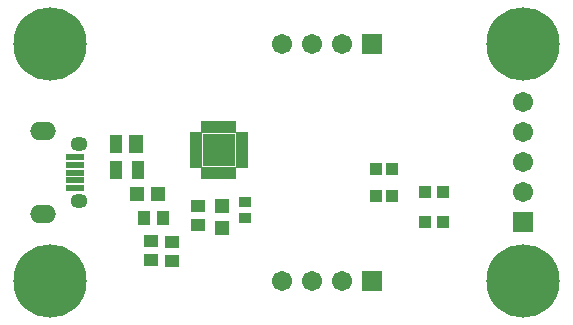
<source format=gts>
G04*
G04 #@! TF.GenerationSoftware,Altium Limited,Altium Designer,18.1.9 (240)*
G04*
G04 Layer_Color=8388736*
%FSLAX25Y25*%
%MOIN*%
G70*
G01*
G75*
%ADD29R,0.10839X0.10839*%
%ADD30R,0.04147X0.01981*%
%ADD31R,0.01981X0.04147*%
%ADD32R,0.06115X0.02375*%
%ADD33R,0.04737X0.04343*%
%ADD34R,0.05131X0.05131*%
%ADD35R,0.04343X0.03556*%
%ADD36R,0.03950X0.03950*%
%ADD37R,0.04147X0.04147*%
%ADD38R,0.05131X0.06312*%
%ADD39R,0.04343X0.06312*%
%ADD40R,0.04343X0.04737*%
%ADD41R,0.05131X0.05131*%
%ADD42O,0.08674X0.06115*%
%ADD43O,0.05721X0.04934*%
%ADD44C,0.06706*%
%ADD45R,0.06706X0.06706*%
%ADD46R,0.06706X0.06706*%
%ADD47C,0.24422*%
%ADD48C,0.02769*%
%ADD49C,0.03200*%
D29*
X56102Y43504D02*
D03*
D30*
X63779Y48425D02*
D03*
Y46457D02*
D03*
Y44488D02*
D03*
Y42520D02*
D03*
Y40551D02*
D03*
Y38583D02*
D03*
X48425D02*
D03*
Y40551D02*
D03*
Y42520D02*
D03*
Y44488D02*
D03*
Y46457D02*
D03*
Y48425D02*
D03*
D31*
X61024Y35827D02*
D03*
X59055D02*
D03*
X57087D02*
D03*
X55118D02*
D03*
X53150D02*
D03*
X51181D02*
D03*
Y51181D02*
D03*
X53150D02*
D03*
X55118D02*
D03*
X57087D02*
D03*
X59055D02*
D03*
X61024D02*
D03*
D32*
X8126Y30882D02*
D03*
Y33441D02*
D03*
Y36000D02*
D03*
Y38559D02*
D03*
Y41118D02*
D03*
D33*
X40520Y12992D02*
D03*
Y6693D02*
D03*
X33622Y6913D02*
D03*
Y13213D02*
D03*
X49213Y18504D02*
D03*
Y24803D02*
D03*
D34*
X57087Y17693D02*
D03*
Y24780D02*
D03*
D35*
X64961Y26256D02*
D03*
Y20744D02*
D03*
D36*
X130976Y29442D02*
D03*
X125071D02*
D03*
X130976Y19442D02*
D03*
X125071D02*
D03*
D37*
X108661Y28110D02*
D03*
X113780D02*
D03*
X108661Y37110D02*
D03*
X113780D02*
D03*
D38*
X28543Y45449D02*
D03*
D39*
X21850D02*
D03*
Y36788D02*
D03*
X29331D02*
D03*
D40*
X31142Y20754D02*
D03*
X37441D02*
D03*
D41*
X28976Y28744D02*
D03*
X36063D02*
D03*
D42*
X-2406Y22171D02*
D03*
Y49829D02*
D03*
D43*
X9406Y26453D02*
D03*
Y45547D02*
D03*
D44*
X77126Y-31D02*
D03*
X87126D02*
D03*
X97126D02*
D03*
X77126Y78969D02*
D03*
X87126D02*
D03*
X97126D02*
D03*
X157480Y59469D02*
D03*
Y49469D02*
D03*
Y39469D02*
D03*
Y29469D02*
D03*
D45*
X107126Y-31D02*
D03*
Y78969D02*
D03*
D46*
X157480Y19469D02*
D03*
D47*
Y0D02*
D03*
X-0Y78740D02*
D03*
X157480D02*
D03*
X-0Y0D02*
D03*
D48*
X53937Y41339D02*
D03*
Y45669D02*
D03*
X58268Y41339D02*
D03*
Y45669D02*
D03*
D49*
X-0Y87740D02*
D03*
X-6364Y85104D02*
D03*
X-9000Y78740D02*
D03*
X-6364Y72376D02*
D03*
X-0Y69740D02*
D03*
X6364Y72376D02*
D03*
X9000Y78740D02*
D03*
X6364Y85104D02*
D03*
X163844D02*
D03*
X166480Y78740D02*
D03*
X163844Y72376D02*
D03*
X157480Y69740D02*
D03*
X151116Y72376D02*
D03*
X148480Y78740D02*
D03*
X151116Y85104D02*
D03*
X157480Y87740D02*
D03*
Y9000D02*
D03*
X151116Y6364D02*
D03*
X148480Y0D02*
D03*
X151116Y-6364D02*
D03*
X157480Y-9000D02*
D03*
X163844Y-6364D02*
D03*
X166480Y0D02*
D03*
X163844Y6364D02*
D03*
X6364D02*
D03*
X9000Y0D02*
D03*
X6364Y-6364D02*
D03*
X-0Y-9000D02*
D03*
X-6364Y-6364D02*
D03*
X-9000Y0D02*
D03*
X-6364Y6364D02*
D03*
X-0Y9000D02*
D03*
M02*

</source>
